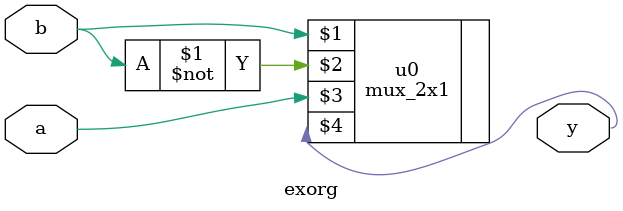
<source format=v>
`include "mux_2x1.v" 
module exorg(a,b,y);
input a,b;
//wire c;
output y;
// mux_2x1(i0, i1, sel, y);

//assign c=a&(~a);

mux_2x1 u0(b,~b,a,y);

endmodule

</source>
